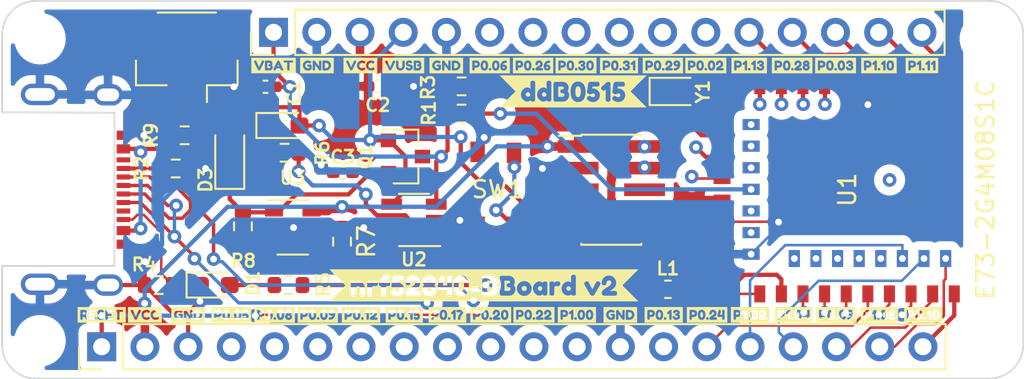
<source format=kicad_pcb>
(kicad_pcb (version 20210424) (generator pcbnew)
  (title_block (title "nrf52840-BBoard") (rev "v2") (company "ddB0515"))
  (layers (0 "F.Cu" signal) (1 "In1.Cu" signal) (2 "In2.Cu" signal) (31 "B.Cu" signal) (34 "B.Paste" user) (35 "F.Paste" user) (36 "B.SilkS" user "B.Silkscreen") (37 "F.SilkS" user "F.Silkscreen") (38 "B.Mask" user) (39 "F.Mask" user) (44 "Edge.Cuts" user))
  (net 0 "")
  (net 1 "GND")
  (net 2 "VBAT")
  (net 3 "VCC")
  (net 4 "Net-(C3-Pad1)")
  (net 5 "Net-(D1-Pad2)")
  (net 6 "Net-(D2-Pad1)")
  (net 7 "VUSB")
  (net 8 "SWDIO")
  (net 9 "SWDCLK")
  (net 10 "D+")
  (net 11 "D-")
  (net 12 "CC1")
  (net 13 "CC2")
  (net 14 "RESET")
  (net 15 "/P1.11")
  (net 16 "/P1.10")
  (net 17 "/P0.03")
  (net 18 "/P0.28")
  (net 19 "/P1.13")
  (net 20 "/P0.02")
  (net 21 "/P0.29")
  (net 22 "/P0.31")
  (net 23 "/P0.30")
  (net 24 "/P0.26")
  (net 25 "/P0.06")
  (net 26 "/P0.05")
  (net 27 "/P0.08")
  (net 28 "/P0.12")
  (net 29 "/P0.10")
  (net 30 "/P1.06")
  (net 31 "/P0.09")
  (net 32 "/P1.04")
  (net 33 "/LED1")
  (net 34 "Net-(L1-Pad1)")
  (net 35 "BATTERY_PIN")
  (net 36 "Net-(R6-Pad1)")
  (net 37 "Net-(R7-Pad2)")
  (net 38 "Net-(R8-Pad2)")
  (net 39 "Net-(U1-Pad11)")
  (net 40 "Net-(U1-Pad13)")
  (net 41 "/P0.15")
  (net 42 "/P0.17")
  (net 43 "/P0.20")
  (net 44 "/P1.09")
  (net 45 "/P0.13")
  (net 46 "/P0.22")
  (net 47 "/P0.24")
  (net 48 "/P1.00")
  (net 49 "/P1.02")
  (footprint "svg2mod" (layer "F.Cu") (at 121.325 53.7)
    (fp_text reference "svg2mod" hide)
    (fp_text value "G***" hide)
  )
  (footprint "Resistor_SMD:R_0603_1608Metric" (layer "F.Cu") (at 84.1 66.6 180)
    (fp_text reference "R4")
    (fp_text value "5.1K" hide)
  )
  (footprint "svg2mod" (layer "F.Cu") (at 90.91 68.35)
    (fp_text reference "svg2mod" hide)
    (fp_text value "G***" hide)
  )
  (footprint "svg2mod" (layer "F.Cu") (at 93.45 68.35)
    (fp_text reference "svg2mod" hide)
    (fp_text value "G***" hide)
  )
  (footprint "svg2mod" (layer "F.Cu") (at 83.29 68.35)
    (fp_text reference "svg2mod" hide)
    (fp_text value "G***" hide)
  )
  (footprint "Inductor_SMD:L_0603_1608Metric_Pad1.05x0.95mm_HandSolder" (layer "F.Cu") (at 114.025 66.85 180)
    (fp_text reference "L1")
    (fp_text value "10uH" hide)
  )
  (footprint "svg2mod" (layer "F.Cu") (at 103.55 53.7)
    (fp_text reference "svg2mod" hide)
    (fp_text value "G***" hide)
  )
  (footprint "svg2mod" (layer "F.Cu") (at 88.37 68.35)
    (fp_text reference "svg2mod" hide)
    (fp_text value "G***" hide)
  )
  (footprint "Resistor_SMD:R_0603_1608Metric" (layer "F.Cu") (at 91.725 66.6 180)
    (fp_text reference "R5")
    (fp_text value "1K" hide)
  )
  (footprint "svg2mod" (layer "F.Cu") (at 95.95 53.7)
    (fp_text reference "svg2mod" hide)
    (fp_text value "G***" hide)
  )
  (footprint "Diode_SMD:D_SOD-323_HandSoldering" (layer "F.Cu") (at 88.275 59.05 90)
    (fp_text reference "D3")
    (fp_text value "1N5819" hide)
  )
  (footprint "MountingHole:MountingHole_2mm" (layer "F.Cu") (at 132.675 52.125)
    (fp_text reference "H3" hide)
    (fp_text value "MountingHole" hide)
  )
  (footprint "Crystal:Crystal_SMD_2012-2Pin_2.0x1.2mm" (layer "F.Cu") (at 114.15 55.225)
    (fp_text reference "Y1")
    (fp_text value "32.768kHz" hide)
  )
  (footprint "Resistor_SMD:R_0603_1608Metric" (layer "F.Cu") (at 91.5 58.825 180)
    (fp_text reference "R6")
    (fp_text value "1K" hide)
  )
  (footprint "Resistor_SMD:R_0603_1608Metric" (layer "F.Cu") (at 101.9 54.925 180)
    (fp_text reference "R3")
    (fp_text value "2M" hide)
  )
  (footprint "svg2mod" (layer "F.Cu") (at 106.15 68.35)
    (fp_text reference "svg2mod" hide)
    (fp_text value "G***" hide)
  )
  (footprint "IC:E73-2G4M08S1C-52840" (layer "F.Cu") (at 116.8205 61)
    (fp_text reference "U1")
    (fp_text value "E73-2G4M08S1C-52840" hide)
  )
  (footprint "svg2mod" (layer "F.Cu") (at 111.225 68.35)
    (fp_text reference "svg2mod" hide)
    (fp_text value "G***" hide)
  )
  (footprint "Capacitor_SMD:C_0402_1005Metric_Pad0.74x0.62mm_HandSolder" (layer "F.Cu") (at 90.375 54.95)
    (fp_text reference "C1")
    (fp_text value "10uF" hide)
  )
  (footprint "svg2mod" (layer "F.Cu") (at 103.61 68.35)
    (fp_text reference "svg2mod" hide)
    (fp_text value "G***" hide)
  )
  (footprint "Resistor_SMD:R_0603_1608Metric" (layer "F.Cu") (at 89.05 63.15 -90)
    (fp_text reference "R8")
    (fp_text value "100K" hide)
  )
  (footprint "Package_TO_SOT_SMD:SOT-23" (layer "F.Cu") (at 98.6 59.05)
    (fp_text reference "Q1")
    (fp_text value "AO3407" hide)
  )
  (footprint "svg2mod" (layer "F.Cu") (at 85.83 68.35)
    (fp_text reference "svg2mod" hide)
    (fp_text value "G***" hide)
  )
  (footprint "svg2mod" (layer "F.Cu") (at 98.475 53.7)
    (fp_text reference "svg2mod" hide)
    (fp_text value "G***" hide)
  )
  (footprint "Connectors:KMR621NG" (layer "F.Cu") (at 103.97 61.055 90)
    (fp_text reference "SW1")
    (fp_text value "SW_Push" hide)
  )
  (footprint "svg2mod" (layer "F.Cu") (at 108.625 53.7)
    (fp_text reference "svg2mod" hide)
    (fp_text value "G***" hide)
  )
  (footprint "LED_SMD:LED_0603_1608Metric_Pad1.05x0.95mm_HandSolder" (layer "F.Cu") (at 87.4 66.6)
    (fp_text reference "D1")
    (fp_text value "LED1" hide)
  )
  (footprint "svg2mod" (layer "F.Cu") (at 116.325 68.35)
    (fp_text reference "svg2mod" hide)
    (fp_text value "G***" hide)
  )
  (footprint "Resistor_SMD:R_0603_1608Metric" (layer "F.Cu") (at 101.9 56.525)
    (fp_text reference "R1")
    (fp_text value "820K" hide)
  )
  (footprint "svg2mod" (layer "F.Cu") (at 129.025 68.35)
    (fp_text reference "svg2mod" hide)
    (fp_text value "G***" hide)
  )
  (footprint "Resistor_SMD:R_0603_1608Metric" (layer "F.Cu") (at 85.1 59.75)
    (fp_text reference "R2")
    (fp_text value "5.1K" hide)
  )
  (footprint "Connector_JST:JST_GH_SM02B-GHS-TB_1x02-1MP_P1.25mm_Horizontal" (layer "F.Cu") (at 85.75 53.15 180)
    (fp_text reference "J3" hide)
    (fp_text value "JST BATTERY INPUT" hide)
  )
  (footprint "svg2mod" (layer "F.Cu") (at 113.775 68.35)
    (fp_text reference "svg2mod" hide)
    (fp_text value "G***" hide)
  )
  (footprint "Package_TO_SOT_SMD:TSOT-23-5" (layer "F.Cu") (at 99.1 62.8 180)
    (fp_text reference "U2")
    (fp_text value "LTC4054" hide)
  )
  (footprint "svg2mod" (layer "F.Cu") (at 126.45 68.35)
    (fp_text reference "svg2mod" hide)
    (fp_text value "G***" hide)
  )
  (footprint "svg2mod" (layer "F.Cu") (at 98.53 68.35)
    (fp_text reference "svg2mod" hide)
    (fp_text value "G***" hide)
  )
  (footprint "LED_SMD:LED_0603_1608Metric_Pad1.05x0.95mm_HandSolder" (layer "F.Cu") (at 91.5 57.225)
    (fp_text reference "D2" hide)
    (fp_text value "RED" hide)
  )
  (footprint "svg2mod" (layer "F.Cu") (at 80.75 68.35)
    (fp_text reference "svg2mod" hide)
    (fp_text value "G***" hide)
  )
  (footprint "svg2mod" (layer "F.Cu") (at 108.45 55.22)
    (fp_text reference "svg2mod" hide)
    (fp_text value "G***" hide)
  )
  (footprint "svg2mod" (layer "F.Cu") (at 118.8 53.7)
    (fp_text reference "svg2mod" hide)
    (fp_text value "G***" hide)
  )
  (footprint "MountingHole:MountingHole_2mm" (layer "F.Cu") (at 77.125 69.875)
    (fp_text reference "H4" hide)
    (fp_text value "MountingHole" hide)
  )
  (footprint "svg2mod" (layer "F.Cu") (at 116.25 53.7)
    (fp_text reference "svg2mod" hide)
    (fp_text value "G***" hide)
  )
  (footprint "Capacitor_SMD:C_0402_1005Metric_Pad0.74x0.62mm_HandSolder" (layer "F.Cu") (at 94.925 60 180)
    (fp_text reference "C3")
    (fp_text value "10uF" hide)
  )
  (footprint "Package_TO_SOT_SMD:SOT-23-5" (layer "F.Cu") (at 91.975 63.2)
    (fp_text reference "U3")
    (fp_text value "AP2112K-3.3" hide)
  )
  (footprint "Connectors:USB-C_C168688" (layer "F.Cu") (at 75.025 61 90)
    (fp_text reference "J2" hide)
    (fp_text value "USB_C_Receptacle_USB2.0" hide)
  )
  (footprint "svg2mod" (layer "F.Cu") (at 123.875 53.7)
    (fp_text reference "svg2mod" hide)
    (fp_text value "G***" hide)
  )
  (footprint "Connector_PinHeader_1.27mm:PinHeader_2x05_P1.27mm_Vertical_SMD" (layer "F.Cu") (at 110.7 61)
    (fp_text reference "J1" hide)
    (fp_text value "Conn_02x05_Odd_Even" hide)
  )
  (footprint "svg2mod" (layer "F.Cu") (at 126.425 53.7)
    (fp_text reference "svg2mod" hide)
    (fp_text value "G***" hide)
  )
  (footprint "Capacitor_SMD:C_0402_1005Metric_Pad0.74x0.62mm_HandSolder" (layer "F.Cu") (at 96.975 54.925)
    (fp_text reference "C2")
    (fp_text value "10uF" hide)
  )
  (footprint "svg2mod" (layer "F.Cu") (at 111.15 53.7)
    (fp_text reference "svg2mod" hide)
    (fp_text value "G***" hide)
  )
  (footprint "svg2mod" (layer "F.Cu") (at 113.725 53.7)
    (fp_text reference "svg2mod" hide)
    (fp_text value "G***" hide)
  )
  (footprint "svg2mod" (layer "F.Cu") (at 101 53.7)
    (fp_text reference "svg2mod" hide)
    (fp_text value "G***" hide)
  )
  (footprint "svg2mod" (layer "F.Cu") (at 90.85 53.7)
    (fp_text reference "svg2mod" hide)
    (fp_text value "G***" hide)
  )
  (footprint "svg2mod" (layer "F.Cu") (at 106.1 53.7)
    (fp_text reference "svg2mod" hide)
    (fp_text value "G***" hide)
  )
  (footprint "svg2mod" (layer "F.Cu") (at 118.85 68.35)
    (fp_text reference "svg2mod" hide)
    (fp_text value "G***" hide)
  )
  (footprint "svg2mod" (layer "F.Cu") (at 101.07 68.35)
    (fp_text reference "svg2mod" hide)
    (fp_text value "G***" hide)
  )
  (footprint "Resistor_SMD:R_0603_1608Metric" (layer "F.Cu") (at 94.875 64.05 -90)
    (fp_text reference "R7")
    (fp_text value "2K" hide)
  )
  (footprint "svg2mod" (layer "F.Cu") (at 93.4 53.7)
    (fp_text reference "svg2mod" hide)
    (fp_text value "G***" hide)
  )
  (footprint "Connector_PinHeader_2.54mm:PinHeader_1x16_P2.54mm_Vertical" (layer "F.Cu") (at 90.85 51.75 90)
    (fp_text reference "J5" hide)
    (fp_text value "Conn_01x16" hide)
  )
  (footprint "svg2mod" (layer "F.Cu") (at 123.925 68.35)
    (fp_text reference "svg2mod" hide)
    (fp_text value "G***" hide)
  )
  (footprint "svg2mod" (layer "F.Cu") (at 128.95 53.7)
    (fp_text reference "svg2mod" hide)
    (fp_text value "G***" hide)
  )
  (footprint "Connector_PinHeader_2.54mm:PinHeader_1x20_P2.54mm_Vertical" (layer "F.Cu") (at 80.75 70.225 90)
    (fp_text reference "J4" hide)
    (fp_text value "Conn_01x20" hide)
  )
  (footprint "MountingHole:MountingHole_2mm" (layer "F.Cu") (at 77.125 52.125)
    (fp_text reference "H2" hide)
    (fp_text value "MountingHole" hide)
  )
  (footprint "MountingHole:MountingHole_2mm" (layer "F.Cu") (at 132.675 69.875)
    (fp_text reference "H1" hide)
    (fp_text value "MountingHole" hide)
  )
  (footprint "svg2mod" (layer "F.Cu") (at 121.4 68.35)
    (fp_text reference "svg2mod" hide)
    (fp_text value "G***" hide)
  )
  (footprint "svg2mod" (layer "F.Cu") (at 95.99 68.35)
    (fp_text reference "svg2mod" hide)
    (fp_text value "G***" hide)
  )
  (footprint "svg2mod" (layer "F.Cu") (at 108.675 68.35)
    (fp_text reference "svg2mod" hide)
    (fp_text value "G***" hide)
  )
  (footprint "svg2mod" (layer "F.Cu") (at 103.21 66.62)
    (fp_text reference "svg2mod" hide)
    (fp_text value "G***" hide)
  )
  (footprint "Resistor_SMD:R_0603_1608Metric" (layer "F.Cu") (at 85.625 57.8 180)
    (fp_text reference "R9")
    (fp_text value "100K" hide)
  )
  (gr_arc (start 132.9 70.1) (end 132.9 72.1) (angle -90) (layer "Edge.Cuts") (width 0.1))
  (gr_line (start 81.5 56.475) (end 81.5 65.475) (layer "Edge.Cuts") (width 0.1))
  (gr_line (start 74.9 56.45) (end 81.5 56.475) (layer "Edge.Cuts") (width 0.1))
  (gr_line (start 81.5 65.475) (end 74.9 65.475) (layer "Edge.Cuts") (width 0.1))
  (gr_line (start 76.9 49.9) (end 132.9 49.9) (layer "Edge.Cuts") (width 0.1))
  (gr_line (start 132.9 72.1) (end 76.9 72.1) (layer "Edge.Cuts") (width 0.1))
  (gr_line (start 134.9 51.9) (end 134.9 70.1) (layer "Edge.Cuts") (width 0.1))
  (gr_arc (start 76.9 51.9) (end 74.9 51.9) (angle 90) (layer "Edge.Cuts") (width 0.1))
  (gr_arc (start 132.9 51.9) (end 134.9 51.9) (angle -90) (layer "Edge.Cuts") (width 0.1))
  (gr_line (start 74.9 56.45) (end 74.9 51.9) (layer "Edge.Cuts") (width 0.1))
  (gr_line (start 74.9 65.475) (end 74.9 70.1) (layer "Edge.Cuts") (width 0.1))
  (gr_arc (start 76.9 70.1) (end 76.9 72.1) (angle 90) (layer "Edge.Cuts") (width 0.1))
  (segment (start 99.075 54.925) (end 101.075 54.925) (width 0.25) (layer "F.Cu") (net 1))
  (segment (start 97.5425 54.925) (end 99.075 54.925) (width 0.25) (layer "F.Cu") (net 1))
  (segment (start 106.65 62.27) (end 106.65 61) (width 0.25) (layer "F.Cu") (net 1))
  (segment (start 83.275 66.6) (end 84.92 68.245) (width 0.25) (layer "F.Cu") (net 1))
  (segment (start 120.505 62.88) (end 120.525 62.9) (width 0.15) (layer "F.Cu") (net 1))
  (segment (start 108.75 63.54) (end 107.92 63.54) (width 0.25) (layer "F.Cu") (net 1))
  (segment (start 108.75 59.73) (end 106.67 59.73) (width 0.25) (layer "F.Cu") (net 1))
  (segment (start 83.275 65.25) (end 83.3 65.225) (width 0.25) (layer "F.Cu") (net 1))
  (segment (start 92 63.2) (end 92.025 63.225) (width 0.25) (layer "F.Cu") (net 1))
  (segment (start 85.83 68.245) (end 85.83 70.225) (width 0.25) (layer "F.Cu") (net 1))
  (segment (start 86.525 67.55) (end 85.83 68.245) (width 0.25) (layer "F.Cu") (net 1))
  (segment (start 94.3575 60) (end 94.1 60) (width 0.25) (layer "F.Cu") (net 1))
  (segment (start 106.65 61) (end 106.65 59.75) (width 0.25) (layer "F.Cu") (net 1))
  (segment (start 125.775 56) (end 125.775 54.8855) (width 0.15) (layer "F.Cu") (net 1))
  (segment (start 102.175 63.175) (end 101.8 62.8) (width 0.25) (layer "F.Cu") (net 1))
  (segment (start 85.125 55) (end 85.125 57.475) (width 0.25) (layer "F.Cu") (net 1))
  (segment (start 86.525 66.6) (end 86.525 67.55) (width 0.25) (layer "F.Cu") (net 1))
  (segment (start 106.67 59.73) (end 106.65 59.75) (width 0.25) (layer "F.Cu") (net 1))
  (segment (start 101.8 62.8) (end 100.41 62.8) (width 0.25) (layer "F.Cu") (net 1))
  (segment (start 88.525 54.95) (end 89.8075 54.95) (width 0.25) (layer "F.Cu") (net 1))
  (segment (start 102.84 58.31) (end 103.225 57.925) (width 0.25) (layer "F.Cu") (net 1))
  (segment (start 90.875 63.2) (end 92 63.2) (width 0.25) (layer "F.Cu") (net 1))
  (segment (start 125.775 54.8855) (end 125.7705 54.881) (width 0.15) (layer "F.Cu") (net 1))
  (segment (start 82.275 64.2) (end 83.3 65.225) (width 0.25) (layer "F.Cu") (net 1))
  (segment (start 84.92 68.245) (end 85.83 68.245) (width 0.25) (layer "F.Cu") (net 1))
  (segment (start 92.025 63.225) (end 94.875 63.225) (width 0.25) (layer "F.Cu") (net 1))
  (segment (start 83.275 66.6) (end 83.275 65.25) (width 0.25) (layer "F.Cu") (net 1))
  (segment (start 85.125 57.475) (end 84.8 57.8) (width 0.25) (layer "F.Cu") (net 1))
  (segment (start 94.1 60) (end 93.65 59.55) (width 0.25) (layer "F.Cu") (net 1))
  (segment (start 102.84 63.175) (end 102.175 63.175) (width 0.25) (layer "F.Cu") (net 1))
  (segment (start 81.125 66.6) (end 83.275 66.6) (width 0.25) (layer "F.Cu") (net 1))
  (segment (start 86.85 59.75) (end 85.925 59.75) (width 0.25) (layer "F.Cu") (net 1))
  (segment (start 102.84 58.775) (end 102.84 58.31) (width 0.25) (layer "F.Cu") (net 1))
  (segment (start 94.875 63.225) (end 96.15 63.225) (width 0.25) (layer "F.Cu") (net 1))
  (segment (start 83.225 57.8) (end 84.8 57.8) (width 0.25) (layer "F.Cu") (net 1))
  (segment (start 117.2015 62.88) (end 120.505 62.88) (width 0.15) (layer "F.Cu") (net 1))
  (segment (start 82.025 64.2) (end 82.275 64.2) (width 0.25) (layer "F.Cu") (net 1))
  (segment (start 108.75 61) (end 106.65 61) (width 0.25) (layer "F.Cu") (net 1))
  (segment (start 82.025 57.8) (end 83.225 57.8) (width 0.25) (layer "F.Cu") (net 1))
  (segment (start 107.92 63.54) (end 106.65 62.27) (width 0.25) (layer "F.Cu") (net 1))
  (via (at 93.65 59.55) (size 0.8) (drill 0.4) (layers "F.Cu" "B.Cu") (net 1))
  (via (at 92.025 63.225) (size 0.8) (drill 0.4) (layers "F.Cu" "B.Cu") (net 1))
  (via (at 106.65 59.75) (size 0.8) (drill 0.4) (layers "F.Cu" "B.Cu") (net 1))
  (via (at 99.075 54.925) (size 0.8) (drill 0.4) (layers "F.Cu" "B.Cu") (net 1))
  (via (at 101.8 62.8) (size 0.8) (drill 0.4) (layers "F.Cu" "B.Cu") (net 1))
  (via (at 125.775 56) (size 0.8) (drill 0.4) (layers "F.Cu" "B.Cu") (net 1))
  (via (at 88.525 54.95) (size 0.8) (drill 0.4) (layers "F.Cu" "B.Cu") (net 1))
  (via (at 83.3 65.225) (size 0.8) (drill 0.4) (layers "F.Cu" "B.Cu") (net 1))
  (via (at 86.85 59.75) (size 0.8) (drill 0.4) (layers "F.Cu" "B.Cu") (net 1))
  (via (at 103.225 57.925) (size 0.8) (drill 0.4) (layers "F.Cu" "B.Cu") (net 1))
  (via (at 86.525 67.55) (size 0.8) (drill 0.4) (layers "F.Cu" "B.Cu") (net 1))
  (via (at 96.15 63.225) (size 0.8) (drill 0.4) (layers "F.Cu" "B.Cu") (net 1))
  (via (at 83.225 57.8) (size 0.8) (drill 0.4) (layers "F.Cu" "B.Cu") (net 1))
  (via (at 120.525 62.9) (size 0.8) (drill 0.4) (layers "F.Cu" "B.Cu") (net 1))
  (segment (start 120.525 62.9) (end 125.775 57.65) (width 0.15) (layer "B.Cu") (net 1))
  (segment (start 120.525 62.9) (end 120.525 63.1745) (width 0.15) (layer "B.Cu") (net 1))
  (segment (start 120.525 63.1745) (end 118.9125 64.787) (width 0.15) (layer "B.Cu") (net 1))
  (segment (start 86.227723 59.75) (end 84.300489 61.677234) (width 0.25) (layer "B.Cu") (net 1))
  (segment (start 84.300489 61.677234) (end 84.300489 64.224511) (width 0.25) (layer "B.Cu") (net 1))
  (segment (start 96.15 63.225) (end 101.375 63.225) (width 0.25) (layer "B.Cu") (net 1))
  (segment (start 125.775 57.65) (end 125.775 56) (width 0.15) (layer "B.Cu") (net 1))
  (segment (start 101.375 63.225) (end 101.8 62.8) (width 0.25) (layer "B.Cu") (net 1))
  (segment (start 84.300489 64.224511) (end 83.3 65.225) (width 0.25) (layer "B.Cu") (net 1))
  (segment (start 86.85 59.75) (end 86.227723 59.75) (width 0.25) (layer "B.Cu") (net 1))
  (segment (start 101.075 56.525) (end 101.075 58.675) (width 0.25) (layer "F.Cu") (net 2))
  (segment (start 100.41 59.34) (end 100.7 59.05) (width 0.25) (layer "F.Cu") (net 2))
  (segment (start 90.9425 54.95) (end 91.8 54.95) (width 0.25) (layer "F.Cu") (net 2))
  (segment (start 90.85 54) (end 90.85 53.9) (width 0.25) (layer "F.Cu") (net 2))
  (segment (start 90.85 53.9) (end 87.475 53.9) (width 0.25) (layer "F.Cu") (net 2))
  (segment (start 101.075 58.675) (end 100.7 59.05) (width 0.25) (layer "F.Cu") (net 2))
  (segment (start 100.41 61.85) (end 100.41 59.34) (width 0.25) (layer "F.Cu") (net 2))
  (segment (start 100.7 59.05) (end 99.6 59.05) (width 0.25) (layer "F.Cu") (net 2))
  (segment (start 91.8 54.95) (end 90.85 54) (width 0.25) (layer "F.Cu") (net 2))
  (segment (start 90.85 51.75) (end 90.85 53.9) (width 0.25) (layer "F.Cu") (net 2))
  (segment (start 87.475 53.9) (end 86.375 55) (width 0.25) (layer "F.Cu") (net 2))
  (via (at 100.7 59.05) (size 0.8) (drill 0.4) (layers "F.Cu" "B.Cu") (net 2))
  (via (at 91.8 54.95) (size 0.8) (drill 0.4) (layers "F.Cu" "B.Cu") (net 2))
  (segment (start 91.8 54.95) (end 91.8 56.572277) (width 0.25) (layer "B.Cu") (net 2))
  (segment (start 94.277723 59.05) (end 100.7 59.05) (width 0.25) (layer "B.Cu") (net 2))
  (segment (start 91.8 56.572277) (end 94.277723 59.05) (width 0.25) (layer "B.Cu") (net 2))
  (segment (start 106.95 58.45) (end 108.74 58.45) (width 0.25) (layer "F.Cu") (net 3))
  (segment (start 94.625 62.25) (end 94.875 62) (width 0.25) (layer "F.Cu") (net 3))
  (segment (start 93.075 62.25) (end 94.625 62.25) (width 0.25) (layer "F.Cu") (net 3))
  (segment (start 83.275 67.6) (end 83.29 67.615) (width 0.25) (layer "F.Cu") (net 3))
  (segment (start 83.29 67.69) (end 83.29 70.225) (width 0.25) (layer "F.Cu") (net 3))
  (segment (start 83.29 67.815) (end 83.275 67.8) (width 0.25) (layer "F.Cu") (net 3))
  (segment (start 108.74 58.45) (end 108.75 58.46) (width 0.25) (layer "F.Cu") (net 3))
  (segment (start 83.275 67.675) (end 83.29 67.69) (width 0.25) (layer "F.Cu") (net 3))
  (via (at 94.875 62) (size 0.8) (drill 0.4) (layers "F.Cu" "B.Cu") (net 3))
  (via (at 106.95 58.45) (size 0.8) (drill 0.4) (layers "F.Cu" "B.Cu") (net 3))
  (via (at 83.275 67.675) (size 0.8) (drill 0.4) (layers "F.Cu" "B.Cu") (net 3))
  (segment (start 103.375 59.025) (end 103.95 58.45) (width 0.25) (layer "B.Cu") (net 3))
  (segment (start 100.375 62) (end 100.4 62) (width 0.25) (layer "B.Cu") (net 3))
  (segment (start 83.275 67.675) (end 83.275 66.877723) (width 0.25) (layer "B.Cu") (net 3))
  (segment (start 88.152723 62) (end 83.275 66.877723) (width 0.25) (layer "B.Cu") (net 3))
  (segment (start 94.875 62) (end 100.375 62) (width 0.25) (layer "B.Cu") (net 3))
  (segment (start 103.95 58.45) (end 106.95 58.45) (width 0.25) (layer "B.Cu") (net 3))
  (segment (start 94.875 62) (end 88.152723 62) (width 0.25) (layer "B.Cu") (net 3))
  (segment (start 100.4 62) (end 103.375 59.025) (width 0.25) (layer "B.Cu") (net 3))
  (segment (start 89.05 62.325) (end 90.8 62.325) (width 0.25) (layer "F.Cu") (net 4))
  (segment (start 95.249511 61.275489) (end 96.525 60) (width 0.25) (layer "F.Cu") (net 4))
  (segment (start 95.4925 60) (end 96.525 60) (width 0.25) (layer "F.Cu") (net 4))
  (segment (start 92.174511 61.275489) (end 95.249511 61.275489) (width 0.25) (layer "F.Cu") (net 4))
  (segment (start 96.525 60) (end 97.6 60) (width 0.25) (layer "F.Cu") (net 4))
  (segment (start 90.875 62.25) (end 91.2 62.25) (width 0.25) (layer "F.Cu") (net 4))
  (segment (start 91.775 61.675) (end 92.174511 61.275489) (width 0.25) (layer "F.Cu") (net 4))
  (segment (start 91.2 62.25) (end 91.775 61.675) (width 0.25) (layer "F.Cu") (net 4))
  (segment (start 88.275 61.55) (end 89.05 62.325) (width 0.25) (layer "F.Cu") (net 4))
  (segment (start 90.8 62.325) (end 90.875 62.25) (width 0.25) (layer "F.Cu") (net 4))
  (segment (start 88.275 60.3) (end 88.275 61.55) (width 0.25) (layer "F.Cu") (net 4))
  (segment (start 88.275 66.6) (end 90.9 66.6) (width 0.25) (layer "F.Cu") (net 5))
  (segment (start 90.675 58.825) (end 90.675 57.275) (width 0.25) (layer "F.Cu") (net 6))
  (segment (start 90.675 57.275) (end 90.625 57.225) (width 0.25) (layer "F.Cu") (net 6))
  (segment (start 120.425 66) (end 118.50048 66) (width 0.25) (layer "F.Cu") (net 7))
  (segment (start 116.55048 67.95) (end 109.3 67.95) (width 0.25) (layer "F.Cu") (net 7))
  (segment (start 98.6 61.04) (end 97.79 61.85) (width 0.25) (layer "F.Cu") (net 7))
  (segment (start 97.6 58.1) (end 96.55 58.1) (width 0.25) (layer "F.Cu") (net 7))
  (segment (start 101.85 59.39412) (end 101.85 57.9) (width 0.25) (layer "F.Cu") (net 7))
  (segment (start 92.375 56.15) (end 92.375 57.225) (width 0.25) (layer "F.Cu") (net 7))
  (segment (start 82.025 58.6) (end 85.65 58.6) (width 0.25) (layer "F.Cu") (net 7))
  (segment (start 97.65 58.1) (end 98.6 59.05) (width 0.25) (layer "F.Cu") (net 7))
  (segment (start 106.075 62.375) (end 104.5 60.8) (width 0.25) (layer "F.Cu") (net 7))
  (segment (start 106.075 64.725) (end 106.075 62.375) (width 0.25) (layer "F.Cu") (net 7))
  (segment (start 82.025 63.4) (end 82.867582 63.4) (width 0.25) (layer "F.Cu") (net 7))
  (segment (start 93.525 57.225) (end 92.375 57.225) (width 0.25) (layer "F.Cu") (net 7))
  (segment (start 104.5 60.8) (end 103.25588 60.8) (width 0.25) (layer "F.Cu") (net 7))
  (segment (start 85.65 58.6) (end 86.45 57.8) (width 0.25) (layer "F.Cu") (net 7))
  (segment (start 82.025 58.6) (end 82.85842 58.6) (width 0.25) (layer "F.Cu") (net 7))
  (segment (start 96.55 58.1) (end 96.525 58.075) (width 0.25) (layer "F.Cu") (net 7))
  (segment (start 82.85842 58.6) (end 83.040803 58.782383) (width 0.25) (layer "F.Cu") (net 7))
  (segment (start 120.6905 66.2655) (end 120.425 66) (width 0.25) (layer "F.Cu") (net 7))
  (segment (start 97.6 58.1) (end 97.65 58.1) (width 0.25) (layer "F.Cu") (net 7))
  (segment (start 88.275 57.8) (end 86.45 57.8) (width 0.25) (layer "F.Cu") (net 7))
  (segment (start 103.25588 60.8) (end 101.85 59.39412) (width 0.25) (layer "F.Cu") (net 7))
  (segment (start 89.925 56.15) (end 92.375 56.15) (width 0.25) (layer "F.Cu") (net 7))
  (segment (start 82.867582 63.4) (end 83.038766 63.228816) (width 0.25) (layer "F.Cu") (net 7))
  (segment (start 118.50048 66) (end 116.55048 67.95) (width 0.25) (layer "F.Cu") (net 7))
  (segment (start 120.6905 67.119) (end 120.6905 66.2655) (width 0.25) (layer "F.Cu") (net 7))
  (segment (start 98.6 59.05) (end 98.6 61.04) (width 0.25) (layer "F.Cu") (net 7))
  (segment (start 109.3 67.95) (end 106.075 64.725) (width 0.25) (layer "F.Cu") (net 7))
  (segment (start 88.275 57.8) (end 89.925 56.15) (width 0.25) (layer "F.Cu") (net 7))
  (via (at 83.040803 58.782383) (size 0.8) (drill 0.4) (layers "F.Cu" "B.Cu") (net 7))
  (via (at 93.525 57.225) (size 0.8) (drill 0.4) (layers "F.Cu" "B.Cu") (net 7))
  (via (at 96.525 58.075) (size 0.8) (drill 0.4) (layers "F.Cu" "B.Cu") (net 7))
  (via (at 83.038766 63.275) (size 0.8) (drill 0.4) (layers "F.Cu" "B.Cu") (net 7))
  (via (at 101.85 57.9) (size 0.8) (drill 0.4) (layers "F.Cu" "B.Cu") (net 7))
  (segment (start 83.038766 58.78442) (end 83.040803 58.782383) (width 0.25) (layer "B.Cu") (net 7))
  (segment (start 96.7 57.9) (end 96.525 58.075) (width 0.25) (layer "B.Cu") (net 7))
  (segment (start 96.525 58.075) (end 96.525 53.695) (width 0.25) (layer "B.Cu") (net 7))
  (segment (start 101.85 57.9) (end 96.7 57.9) (width 0.25) (layer "B.Cu") (net 7))
  (segment (start 94.375 58.075) (end 93.525 57.225) (width 0.25) (layer "B.Cu") (net 7))
  (segment (start 96.525 58.075) (end 94.375 58.075) (width 0.25) (layer "B.Cu") (net 7))
  (segment (start 83.038766 63.275) (end 83.038766 58.78442) (width 0.25) (layer "B.Cu") (net 7))
  (segment (start 96.525 53.695) (end 98.47 51.75) (width 0.25) (layer "B.Cu") (net 7))
  (segment (start 127.0405 67.119) (end 127.0405 67.7345) (width 0.15) (layer "F.Cu") (net 8))
  (segment (start 112.65 58.46) (end 112.65 58.475) (width 0.25) (layer "F.Cu") (net 8))
  (segment (start 127.0405 67.7345) (end 126.425 68.35) (width 0.15) (layer "F.Cu") (net 8))
  (segment (start 127.05 67.1095) (end 127.0405 67.119) (width 0.25) (layer "F.Cu") (net 8))
  (via (at 126.425 68.35) (size 0.8) (drill 0.4) (layers "F.Cu" "B.Cu") (net 8))
  (via (at 127.05 60.425) (size 0.8) (drill 0.4) (layers "F.Cu" "B.Cu") (net 8))
  (via (at 112.65 58.475) (size 0.8) (drill 0.4) (layers "F.Cu" "B.Cu") (net 8))
  (segment (start 128.3105 67.119) (end 128.3105 67.812038) (width 0.15) (layer "F.Cu") (net 9))
  (segment (start 128.325 67.1045) (end 128.3105 67.119) (width 0.25) (layer "F.Cu") (net 9))
  (segment (start 128.3105 67.812038) (end 127.773769 68.348769) (width 0.15) (layer "F.Cu") (net 9))
  (segment (start 112.65 59.73) (end 112.65 59.675) (width 0.25) (layer "F.Cu") (net 9))
  (via (at 112.65 59.675) (size 0.8) (drill 0.4) (layers "F.Cu" "B.Cu") (net 9))
  (via (at 127.773769 68.348769) (size 0.8) (drill 0.4) (layers "F.Cu" "B.Cu") (net 9))
  (segment (start 82.025 61.75) (end 83.025 61.75) (width 0.2) (layer "F.Cu") (net 10))
  (segment (start 123.2305 67.119) (end 123.2305 68.2195) (width 0.15) (layer "F.Cu") (net 10))
  (segment (start 83.450782 60.75) (end 84.625783 61.925) (width 0.2) (layer "F.Cu") (net 10))
  (segment (start 84.625783 61.925) (end 85.125 61.925) (width 0.2) (layer "F.Cu") (net 10))
  (segment (start 123.2305 68.2195) (end 123.225 68.225) (width 0.15) (layer "F.Cu") (net 10))
  (segment (start 86.2 65.05) (end 86.025 65.05) (width 0.2) (layer "F.Cu") (net 10))
  (segment (start 82.025 60.75) (end 83.450782 60.75) (width 0.2) (layer "F.Cu") (net 10))
  (segment (start 83.025 61.75) (end 85.025 63.75) (width 0.2) (layer "F.Cu") (net 10))
  (segment (start 86.2 65.05) (end 86.2 64.925) (width 0.2) (layer "F.Cu") (net 10))
  (segment (start 86.2 64.925) (end 85.025 63.75) (width 0.2) (layer "F.Cu") (net 10))
  (segment (start 85.025 64.025) (end 85.175 64.025) (width 0.2) (layer "F.Cu") (net 10))
  (segment (start 85 64.025) (end 85.025 64.025) (width 0.2) (layer "F.Cu") (net 10))
  (via (at 123.225 68.225) (size 0.8) (drill 0.4) (layers "F.Cu" "B.Cu") (net 10))
  (via (at 85.025 63.75) (size 0.8) (drill 0.4) (layers "F.Cu" "B.Cu") (net 10))
  (via (at 99.875 67.65) (size 0.8) (drill 0.4) (layers "F.Cu" "B.Cu") (net 10))
  (via (at 86.2 65.05) (size 0.8) (drill 0.4) (layers "F.Cu" "B.Cu") (net 10))
  (via (at 85.125 61.925) (size 0.8) (drill 0.4) (layers "F.Cu" "B.Cu") (net 10))
  (segment (start 88.8 67.65) (end 99.875 67.65) (width 0.2) (layer "B.Cu") (net 10))
  (segment (start 85.025 62.025) (end 85.125 61.925) (width 0.2) (layer "B.Cu") (net 10))
  (segment (start 86.2 65.05) (end 88.8 67.65) (width 0.2) (layer "B.Cu") (net 10))
  (segment (start 85.025 63.75) (end 85.025 62.025) (width 0.2) (layer "B.Cu") (net 10))
  (segment (start 121.9605 68.2105) (end 122 68.25) (width 0.15) (layer "F.Cu") (net 11))
  (segment (start 87.325 65.225) (end 87.325 65.065723) (width 0.2) (layer "F.Cu") (net 11))
  (segment (start 87.325 63.015723) (end 85.967139 61.657861) (width 0.2) (layer "F.Cu") (net 11))
  (segment (start 85.134277 60.825) (end 84.1615 60.825) (width 0.2) (layer "F.Cu") (net 11))
  (segment (start 87.325 65.075) (end 87.325 63.015723) (width 0.2) (layer "F.Cu") (net 11))
  (segment (start 87.325 63.015723) (end 85.134277 60.825) (width 0.2) (layer "F.Cu") (net 11))
  (segment (start 85.967139 62.192138) (end 85.967139 61.657861) (width 0.2) (layer "F.Cu") (net 11))
  (segment (start 83.5865 60.25) (end 82.025 60.25) (width 0.2) (layer "F.Cu") (net 11))
  (segment (start 84.709465 62.674511) (end 85.484766 62.674511) (width 0.2) (layer "F.Cu") (net 11))
  (segment (start 82.025 61.25) (end 83.284954 61.25) (width 0.2) (layer "F.Cu") (net 11))
  (segment (start 84.1615 60.825) (end 83.5865 60.25) (width 0.2) (layer "F.Cu") (net 11))
  (segment (start 83.284954 61.25) (end 84.709465 62.674511) (width 0.2) (layer "F.Cu") (net 11))
  (segment (start 85.967139 61.657861) (end 85.874511 61.565234) (width 0.2) (layer "F.Cu") (net 11))
  (segment (start 85.484766 62.674511) (end 85.967139 62.192138) (width 0.2) (layer "F.Cu") (net 11))
  (segment (start 121.9605 67.119) (end 121.9605 68.2105) (width 0.15) (layer "F.Cu") (net 11))
  (via (at 102.6 67.5) (size 0.8) (drill 0.4) (layers "F.Cu" "B.Cu") (net 11))
  (via (at 122 68.225) (size 0.8) (drill 0.4) (layers "F.Cu" "B.Cu") (net 11))
  (via (at 87.325 65.075) (size 0.8) (drill 0.4) (layers "F.Cu" "B.Cu") (net 11))
  (segment (start 87.825 65.225) (end 89.20086 66.60086) (width 0.2) (layer "B.Cu") (net 11))
  (segment (start 87.825 65.225) (end 87.475 65.225) (width 0.2) (layer "B.Cu") (net 11))
  (segment (start 101.577609 66.60086) (end 89.20086 66.60086) (width 0.2) (layer "B.Cu") (net 11))
  (segment (start 87.475 65.225) (end 87.325 65.075) (width 0.2) (layer "B.Cu") (net 11))
  (segment (start 101.70086 66.60086) (end 102.6 67.5) (width 0.15) (layer "B.Cu") (net 11))
  (segment (start 101.577609 66.60086) (end 101.70086 66.60086) (width 0.15) (layer "B.Cu") (net 11))
  (segment (start 82.025 59.75) (end 84.275 59.75) (width 0.25) (layer "F.Cu") (net 12))
  (segment (start 84.25 65.925) (end 84.925 66.6) (width 0.15) (layer "F.Cu") (net 13))
  (segment (start 82.575 62.75) (end 82.85 62.475) (width 0.15) (layer "F.Cu") (net 13))
  (segment (start 83.220348 62.475) (end 84.25 63.504652) (width 0.15) (layer "F.Cu") (net 13))
  (segment (start 82.85 62.475) (end 83.220348 62.475) (width 0.15) (layer "F.Cu") (net 13))
  (segment (start 84.25 63.504652) (end 84.25 65.925) (width 0.15) (layer "F.Cu") (net 13))
  (segment (start 82.025 62.75) (end 82.575 62.75) (width 0.15) (layer "F.Cu") (net 13))
  (segment (start 89.82548 68.34952) (end 89.775 68.4) (width 0.15) (layer "F.Cu") (net 14))
  (segment (start 104.98 58.835) (end 104.98 59.655) (width 0.25) (layer "F.Cu") (net 14))
  (segment (start 104.005 62.2) (end 104.98 63.175) (width 0.25) (layer "F.Cu") (net 14))
  (segment (start 103.925 62.2) (end 104.005 62.2) (width 0.25) (layer "F.Cu") (net 14))
  (segment (start 116.715966 68.34952) (end 117.946486 67.119) (width 0.15) (layer "F.Cu") (net 14))
  (segment (start 119.4205 67.119) (end 119.4205 66.944) (width 0.15) (layer "F.Cu") (net 14))
  (segment (start 117.946486 67.119) (end 119.4205 67.119) (width 0.15) (layer "F.Cu") (net 14))
  (segment (start 116.715966 68.34952) (end 89.82548 68.34952) (width 0.15) (layer "F.Cu") (net 14))
  (segment (start 80.75 68.4) (end 80.75 70.225) (width 0.25) (layer "F.Cu") (net 14))
  (segment (start 104.98 59.655) (end 105 59.675) (width 0.25) (layer "F.Cu") (net 14))
  (via (at 80.75 68.4) (size 0.8) (drill 0.4) (layers "F.Cu" "B.Cu") (net 14))
  (via (at 89.775 68.4) (size 0.8) (drill 0.4) (layers "F.Cu" "B.Cu") (net 14))
  (via (at 105 59.675) (size 0.8) (drill 0.4) (layers "F.Cu" "B.Cu") (net 14))
  (via (at 103.925 62.2) (size 0.8) (drill 0.4) (layers "F.Cu" "B.Cu") (net 14))
  (segment (start 89.775 68.4) (end 80.75 68.4) (width 0.25) (layer "B.Cu") (net 14))
  (segment (start 105 59.675) (end 105 61.125) (width 0.25) (layer "B.Cu") (net 14))
  (segment (start 105 61.125) (end 103.925 62.2) (width 0.25) (layer "B.Cu") (net 14))
  (segment (start 128.95 52.35) (end 128.95 51.75) (width 0.25) (layer "F.Cu") (net 15))
  (segment (start 130.8505 54.881) (end 130.8505 54.2505) (width 0.25) (layer "F.Cu") (net 15))
  (segment (start 130.8505 54.2505) (end 128.95 52.35) (width 0.25) (layer "F.Cu") (net 15))
  (segment (start 126.6245 51.75) (end 129.5805 54.706) (width 0.25) (layer "F.Cu") (net 16))
  (segment (start 129.5805 54.706) (end 129.5805 54.881) (width 0.25) (layer "F.Cu") (net 16))
  (segment (start 126.41 51.75) (end 126.6245 51.75) (width 0.25) (layer "F.Cu") (net 16))
  (segment (start 128.3105 54.1355) (end 128.3105 54.881) (width 0.25) (layer "F.Cu") (net 17))
  (segment (start 127.325 53.15) (end 128.3105 54.1355) (width 0.25) (layer "F.Cu") (net 17))
  (segment (start 125.425 53.15) (end 127.325 53.15) (width 0.25) (layer "F.Cu") (net 17))
  (segment (start 123.87 51.75) (end 125.27 53.15) (width 0.25) (layer "F.Cu") (net 17))
  (segment (start 125.27 53.15) (end 127.325 53.15) (width 0.25) (layer "F.Cu") (net 17))
  (segment (start 127.0405 54.2655) (end 126.37452 53.59952) (width 0.25) (layer "F.Cu") (net 18))
  (segment (start 122.655 53.075) (end 121.33 51.75) (width 0.25) (layer "F.Cu") (net 18))
  (segment (start 124.55 53.075) (end 122.655 53.075) (width 0.25) (layer "F.Cu") (net 18))
  (segment (start 127.0405 54.881) (end 127.0405 54.2655) (width 0.25) (layer "F.Cu") (net 18))
  (segment (start 126.37452 53.59952) (end 125.07452 53.59952) (width 0.25) (layer "F.Cu") (net 18))
  (segment (start 122.655 53.075) (end 122.225 52.645) (width 0.25) (layer "F.Cu") (net 18))
  (segment (start 125.07452 53.59952) (end 124.55 53.075) (width 0.25) (layer "F.Cu") (net 18))
  (segment (start 124.5005 54.881) (end 124.5005 54.1505) (width 0.25) (layer "F.Cu") (net 19))
  (segment (start 123.87452 53.52452) (end 120.56452 53.52452) (width 0.25) (layer "F.Cu") (net 19))
  (segment (start 120.56452 53.52452) (end 118.79 51.75) (width 0.25) (layer "F.Cu") (net 19))
  (segment (start 124.5005 54.1505) (end 123.87452 53.52452) (width 0.25) (layer "F.Cu") (net 19))
  (segment (start 123.25 54.9005) (end 123.2305 54.881) (width 0.25) (layer "F.Cu") (net 20))
  (segment (start 123.25 55.975) (end 123.25 54.9005) (width 0.25) (layer "F.Cu") (net 20))
  (via (at 123.25 55.975) (size 0.8) (drill 0.4) (layers "F.Cu" "B.Cu") (net 20))
  (segment (start 121.9605 54.881) (end 121.9605 55.9605) (width 0.25) (layer "F.Cu") (net 21))
  (segment (start 121.9605 55.9605) (end 121.975 55.975) (width 0.25) (layer "F.Cu") (net 21))
  (via (at 121.975 55.975) (size 0.8) (drill 0.4) (layers "F.Cu" "B.Cu") (net 21))
  (segment (start 120.6905 55.9655) (end 120.7 55.975) (width 0.25) (layer "F.Cu") (net 22))
  (segment (start 120.6905 54.881) (end 120.6905 55.9655) (width 0.25) (layer "F.Cu") (net 22))
  (via (at 120.7 55.975) (size 0.8) (drill 0.4) (layers "F.Cu" "B.Cu") (net 22))
  (segment (start 119.425 55.975) (end 119.425 54.8855) (width 0.25) (layer "F.Cu") (net 23))
  (segment (start 119.425 54.8855) (end 119.4205 54.881) (width 0.25) (layer "F.Cu") (net 23))
  (via (at 119.425 55.975) (size 0.8) (drill 0.4) (layers "F.Cu" "B.Cu") (net 23))
  (segment (start 117.2015 59.07) (end 116.245 59.07) (width 0.25) (layer "F.Cu") (net 26))
  (segment (start 116.245 59.07) (end 115.675 58.5) (width 0.25) (layer "F.Cu") (net 26))
  (via (at 115.675 58.5) (size 0.8) (drill 0.4) (layers "F.Cu" "B.Cu") (net 26))
  (segment (start 130.8505 68.3845) (end 129.01 70.225) (width 0.25) (layer "F.Cu") (net 29))
  (segment (start 130.8505 67.119) (end 130.8505 68.3845) (width 0.25) (layer "F.Cu") (net 29))
  (segment (start 130.3425 66.236902) (end 130.3425 65.041) (width 0.15) (layer "F.Cu") (net 30))
  (segment (start 127.345723 70.225) (end 128.670723 68.9) (width 0.15) (layer "F.Cu") (net 30))
  (segment (start 130.234913 66.344489) (end 130.3425 66.236902) (width 0.15) (layer "F.Cu") (net 30))
  (segment (start 130.234913 68.415087) (end 130.234913 67.965087) (width 0.15) (layer "F.Cu") (net 30))
  (segment (start 128.670723 68.9) (end 129.75 68.9) (width 0.15) (layer "F.Cu") (net 30))
  (segment (start 130.234913 68.415087) (end 130.234913 66.344489) (width 0.15) (layer "F.Cu") (net 30))
  (segment (start 129.75 68.9) (end 130.234913 68.415087) (width 0.15) (layer "F.Cu") (net 30))
  (segment (start 126.47 70.225) (end 127.345723 70.225) (width 0.15) (layer "F.Cu") (net 30))
  (segment (start 129.5805 67.495927) (end 129.5805 67.119) (width 0.15) (layer "F.Cu") (net 31))
  (segment (start 124.805723 70.225) (end 125.930723 69.1) (width 0.15) (layer "F.Cu") (net 31))
  (segment (start 127.976427 69.1) (end 129.5805 67.495927) (width 0.15) (layer "F.Cu") (net 31))
  (segment (start 125.930723 69.1) (end 127.976427 69.1) (width 0.15) (layer "F.Cu") (net 31))
  (segment (start 123.93 70.225) (end 124.805723 70.225) (width 0.15) (layer "F.Cu") (net 31))
  (segment (start 127.7635 66.35) (end 122.876723 66.35) (width 0.15) (layer "B.Cu") (net 32))
  (segment (start 129.0725 65.041) (end 127.7635 66.35) (width 0.15) (layer "B.Cu") (net 32))
  (segment (start 122.876723 66.35) (end 120.54 68.686723) (width 0.15) (layer "B.Cu") (net 32))
  (segment (start 120.54 68.686723) (end 120.54 69.375) (width 0.15) (layer "B.Cu") (net 32))
  (segment (start 120.54 69.375) (end 121.39 70.225) (width 0.15) (layer "B.Cu") (net 32))
  (segment (start 103.3 66.6) (end 92.55 66.6) (width 0.25) (layer "F.Cu") (net 33))
  (via (at 103.3 66.6) (size 0.8) (drill 0.4) (layers "F.Cu" "B.Cu") (net 33))
  (segment (start 117.2015 65.42) (end 116.33 65.42) (width 0.25) (layer "F.Cu") (net 34))
  (segment (start 116.33 65.42) (end 114.9 66.85) (width 0.25) (layer "F.Cu") (net 34))
  (segment (start 102.725 56.525) (end 104.175 56.525) (width 0.25) (layer "F.Cu") (net 35))
  (segment (start 102.725 54.925) (end 102.725 56.525) (width 0.25) (layer "F.Cu") (net 35))
  (via (at 104.175 56.525) (size 0.8) (drill 0.4) (layers "F.Cu" "B.Cu") (net 35))
  (segment (start 110.727 60.977) (end 106.275 56.525) (width 0.25) (layer "B.Cu") (net 35))
  (segment (start 106.275 56.525) (end 104.175 56.525) (width 0.25) (layer "B.Cu") (net 35))
  (segment (start 118.9125 60.977) (end 110.727 60.977) (width 0.25) (layer "B.Cu") (net 35))
  (segment (start 99.84088 63.75) (end 100.41 63.75) (width 0.25) (layer "F.Cu") (net 36))
  (segment (start 98.590391 62.499511) (end 99.84088 63.75) (width 0.25) (layer "F.Cu") (net 36))
  (segment (start 96.920391 62.499511) (end 96.274799 61.853919) (width 0.25) (layer "F.Cu") (net 36))
  (segment (start 92.325 59.925) (end 92.325 58.825) (width 0.25) (layer "F.Cu") (net 36))
  (segment (start 92.325 58.825) (end 92.325 59.3) (width 0.25) (layer "F.Cu") (net 36))
  (segment (start 98.590391 62.499511) (end 96.920391 62.499511) (width 0.25) (layer "F.Cu") (net 36))
  (segment (start 96.274799 61.853919) (end 96.274799 61.274799) (width 0.25) (layer "F.Cu") (net 36))
  (via (at 96.274799 61.274799) (size 0.8) (drill 0.4) (layers "F.Cu" "B.Cu") (net 36))
  (via (at 92.325 59.925) (size 0.8) (drill 0.4) (layers "F.Cu" "B.Cu") (net 36))
  (segment (start 95.75 60.75) (end 93.15 60.75) (width 0.25) (layer "B.Cu") (net 36))
  (segment (start 93.15 60.75) (end 92.325 59.925) (width 0.25) (layer "B.Cu") (net 36))
  (segment (start 96.274799 61.274799) (end 95.75 60.75) (width 0.25) (layer "B.Cu") (net 36))
  (segment (start 96.665 64.875) (end 97.79 63.75) (width 0.25) (layer "F.Cu") (net 37))
  (segment (start 94.875 64.875) (end 96.665 64.875) (width 0.25) (layer "F.Cu") (net 37))
  (segment (start 90.7 63.975) (end 90.875 64.15) (width 0.25) (layer "F.Cu") (net 38))
  (segment (start 89.05 63.975) (end 90.7 63.975) (width 0.25) (layer "F.Cu") (net 38))
  (segment (start 117.2015 56.53) (end 116.155 56.53) (width 0.25) (layer "F.Cu") (net 39))
  (segment (start 116.155 56.53) (end 114.85 55.225) (width 0.25) (layer "F.Cu") (net 39))
  (segment (start 115.99088 57.8) (end 113.45 55.25912) (width 0.25) (layer "F.Cu") (net 40))
  (segment (start 113.45 55.25912) (end 113.45 55.225) (width 0.25) (layer "F.Cu") (net 40))
  (segment (start 117.2015 57.8) (end 115.99088 57.8) (width 0.25) (layer "F.Cu") (net 40))
  (segment (start 117.2015 60.34) (end 115.54 60.34) (width 0.15) (layer "F.Cu") (net 44))
  (segment (start 115.54 60.34) (end 115.425 60.225) (width 0.15) (layer "F.Cu") (net 44))
  (via (at 115.425 60.225) (size 0.8) (drill 0.4) (layers "F.Cu" "B.Cu") (net 44))
  (segment (start 124.5005 68.2245) (end 124.475 68.25) (width 0.15) (layer "F.Cu") (net 45))
  (segment (start 124.5005 67.119) (end 124.5005 68.2245) (width 0.15) (layer "F.Cu") (net 45))
  (via (at 124.475 68.25) (size 0.8) (drill 0.4) (layers "F.Cu" "B.Cu") (net 45))
  (segment (start 124.875 68.975) (end 117.56 68.975) (width 0.15) (layer "F.Cu") (net 47))
  (segment (start 125.7705 67.119) (end 125.7705 68.0795) (width 0.15) (layer "F.Cu") (net 47))
  (segment (start 117.56 68.975) (end 116.31 70.225) (width 0.15) (layer "F.Cu") (net 47))
  (segment (start 125.7705 68.0795) (end 124.875 68.975) (width 0.15) (layer "F.Cu") (net 47))
  (segment (start 127.8025 65.041) (end 127.8025 64.2525) (width 0.15) (layer "B.Cu") (net 49))
  (segment (start 118.85 66.32438) (end 118.85 70.225) (width 0.15) (layer "B.Cu") (net 49))
  (segment (start 120.92188 64.2525) (end 118.85 66.32438) (width 0.15) (layer "B.Cu") (net 49))
  (segment (start 127.8025 64.2525) (end 120.92188 64.2525) (width 0.15) (layer "B.Cu") (net 49))
  (zone (net 3) (net_name "VCC") (layer "F.Cu") (connect_pads (clearance 0.508)) (min_thickness 0.254) (fill yes (thermal_gap 0.508) (thermal_bridge_width 0.508))
    (polygon (pts (xy 133.25 49.925) (xy 133.725 50.05) (xy 134.225 50.4) (xy 134.575 50.775) (xy 134.8 51.2) (xy 134.9 51.7) (xy 134.9 70.15) (xy 134.8 70.725) (xy 134.525 71.275) (xy 133.925 71.8) (xy 133.475 72.05) (xy 132.675 72.1) (xy 76.925 72.1) (xy 76.2 72) (xy 75.6 71.625) (xy 75.125 71.025) (xy 74.925 70.45) (xy 74.9 69.95) (xy 74.9 65.475) (xy 81.625 65.475) (xy 81.6 56.475) (xy 74.9 56.45) (xy 74.9 51.85) (xy 74.95 51.425) (xy 75.075 51.075) (xy 75.45 50.525) (xy 75.95 50.15) (xy 76.45 49.95) (xy 76.9 49.9) (xy 132.7 49.9)))
  )
  (zone locked (net 0) (net_name "") (layers "F.Cu" "In1.Cu" "In2.Cu" "B.Cu") (connect_pads (clearance 0)) (min_thickness 0.254)
    (keepout (tracks not_allowed) (vias not_allowed) (pads allowed) (copperpour not_allowed) (footprints allowed))
    (fill (thermal_gap 0.508) (thermal_bridge_width 0.508))
    (polygon (pts (xy 133.25 49.925) (xy 133.725 50.05) (xy 134.225 50.4) (xy 134.575 50.8) (xy 134.825 51.3) (xy 134.9 52.05) (xy 134.925 70.175) (xy 134.825 70.65) (xy 134.525 71.275) (xy 134.2 71.6) (xy 133.775 71.925) (xy 133.25 72.1) (xy 131.375 72.1) (xy 131.375 49.9)))
  )
  (zone (net 1) (net_name "GND") (layer "B.Cu") (connect_pads (clearance 0.508)) (min_thickness 0.254) (fill yes (thermal_gap 0.508) (thermal_bridge_width 0.508))
    (polygon (pts (xy 133.25 49.925) (xy 133.725 50.05) (xy 134.225 50.4) (xy 134.575 50.775) (xy 134.8 51.2) (xy 134.9 51.7) (xy 134.9 70.15) (xy 134.8 70.725) (xy 134.525 71.275) (xy 133.925 71.8) (xy 133.475 72.05) (xy 132.675 72.1) (xy 76.925 72.1) (xy 76.2 72) (xy 75.6 71.625) (xy 75.125 71.025) (xy 74.925 70.45) (xy 74.9 69.95) (xy 74.9 65.475) (xy 81.625 65.475) (xy 81.6 56.475) (xy 74.9 56.45) (xy 74.9 51.85) (xy 74.95 51.425) (xy 75.075 51.075) (xy 75.45 50.525) (xy 75.95 50.15) (xy 76.45 49.95) (xy 76.9 49.9) (xy 132.7 49.9)))
  )
)
</source>
